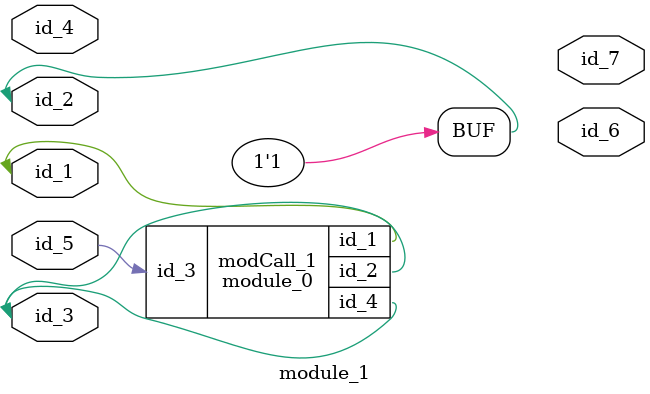
<source format=v>
module module_0 (
    id_1,
    id_2,
    id_3,
    id_4
);
  output wire id_4;
  input wire id_3;
  inout wire id_2;
  inout wire id_1;
  assign id_2 = id_3;
  wire id_5;
  reg  id_6;
  always @(posedge id_3) begin : LABEL_0
    if (1'b0) id_6 <= {1'h0, 1, 1, 1};
  end
endmodule
module module_1 (
    id_1,
    id_2,
    id_3,
    id_4,
    id_5,
    id_6,
    id_7
);
  output wire id_7;
  output wire id_6;
  inout wire id_5;
  input wire id_4;
  inout wire id_3;
  inout wire id_2;
  inout wire id_1;
  always id_2 <= #1 1;
  module_0 modCall_1 (
      id_1,
      id_3,
      id_5,
      id_3
  );
endmodule

</source>
